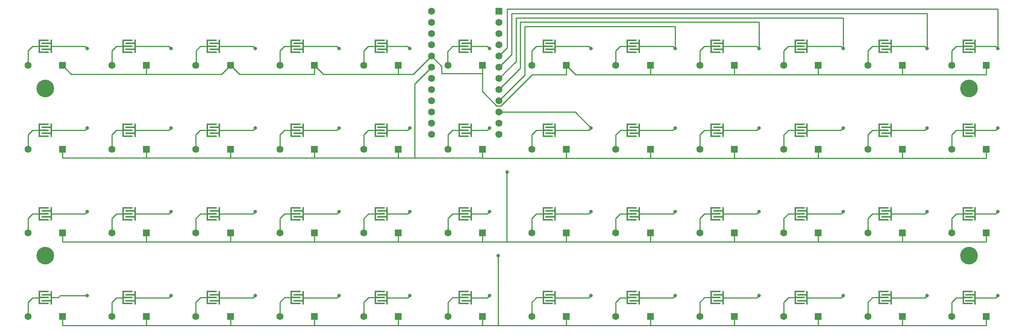
<source format=gtl>
%TF.GenerationSoftware,KiCad,Pcbnew,6.0.3-a3aad9c10e~116~ubuntu21.10.1*%
%TF.CreationDate,2022-04-17T15:15:34+01:00*%
%TF.ProjectId,PCB,5043422e-6b69-4636-9164-5f7063625858,rev?*%
%TF.SameCoordinates,Original*%
%TF.FileFunction,Copper,L1,Top*%
%TF.FilePolarity,Positive*%
%FSLAX46Y46*%
G04 Gerber Fmt 4.6, Leading zero omitted, Abs format (unit mm)*
G04 Created by KiCad (PCBNEW 6.0.3-a3aad9c10e~116~ubuntu21.10.1) date 2022-04-17 15:15:34*
%MOMM*%
%LPD*%
G01*
G04 APERTURE LIST*
G04 Aperture macros list*
%AMFreePoly0*
4,1,13,0.142022,-1.501900,-0.191750,-1.501900,-0.191750,-0.834357,-2.194378,-0.834357,-2.194378,-0.500586,-0.191750,-0.500586,-0.191750,0.500728,-2.194378,0.500728,-2.194378,0.834500,-0.191750,0.834500,-0.191750,1.502042,0.142022,1.502042,0.142022,-1.501900,0.142022,-1.501900,$1*%
%AMFreePoly1*
4,1,13,2.154428,1.148229,0.151800,1.148229,0.151800,0.146915,2.154428,0.146915,2.154428,-0.186856,0.151800,-0.186856,0.151800,-1.188170,2.154428,-1.188170,2.154428,-1.521942,-0.181971,-1.521942,-0.181971,1.482000,2.154428,1.482000,2.154428,1.148229,2.154428,1.148229,$1*%
G04 Aperture macros list end*
%TA.AperFunction,ComponentPad*%
%ADD10C,4.000000*%
%TD*%
%TA.AperFunction,SMDPad,CuDef*%
%ADD11FreePoly0,0.000000*%
%TD*%
%TA.AperFunction,SMDPad,CuDef*%
%ADD12FreePoly1,0.000000*%
%TD*%
%TA.AperFunction,ComponentPad*%
%ADD13R,1.600000X1.600000*%
%TD*%
%TA.AperFunction,ComponentPad*%
%ADD14C,1.600000*%
%TD*%
%TA.AperFunction,ViaPad*%
%ADD15C,0.800000*%
%TD*%
%TA.AperFunction,Conductor*%
%ADD16C,0.250000*%
%TD*%
G04 APERTURE END LIST*
D10*
%TO.P,HOLE_M3,1*%
%TO.N,N/C*%
X255020000Y-80440000D03*
%TD*%
D11*
%TO.P,K2,1*%
%TO.N,/col2*%
X66380000Y-70940000D03*
D12*
%TO.P,K2,2*%
%TO.N,Net-(D2-Pad2)*%
X63700000Y-70920000D03*
%TD*%
D11*
%TO.P,K40,1*%
%TO.N,/col4*%
X104380000Y-127940000D03*
D12*
%TO.P,K40,2*%
%TO.N,Net-(D40-Pad2)*%
X101700000Y-127920000D03*
%TD*%
D11*
%TO.P,K42,1*%
%TO.N,/col6*%
X142380000Y-127940000D03*
D12*
%TO.P,K42,2*%
%TO.N,Net-(D42-Pad2)*%
X139700000Y-127920000D03*
%TD*%
D11*
%TO.P,K35,1*%
%TO.N,/col11*%
X237380000Y-108940000D03*
D12*
%TO.P,K35,2*%
%TO.N,Net-(D35-Pad2)*%
X234700000Y-108920000D03*
%TD*%
D10*
%TO.P,HOLE_M3,1*%
%TO.N,N/C*%
X46020000Y-118440000D03*
%TD*%
D11*
%TO.P,K25,1*%
%TO.N,/col1*%
X47380000Y-108940000D03*
D12*
%TO.P,K25,2*%
%TO.N,Net-(D25-Pad2)*%
X44700000Y-108920000D03*
%TD*%
D11*
%TO.P,K32,1*%
%TO.N,/col8*%
X180380000Y-108940000D03*
D12*
%TO.P,K32,2*%
%TO.N,Net-(D32-Pad2)*%
X177700000Y-108920000D03*
%TD*%
D11*
%TO.P,K27,1*%
%TO.N,/col3*%
X85380000Y-108940000D03*
D12*
%TO.P,K27,2*%
%TO.N,Net-(D27-Pad2)*%
X82700000Y-108920000D03*
%TD*%
D11*
%TO.P,K12,1*%
%TO.N,/col12*%
X256380000Y-70940000D03*
D12*
%TO.P,K12,2*%
%TO.N,Net-(D12-Pad2)*%
X253700000Y-70920000D03*
%TD*%
D11*
%TO.P,K5,1*%
%TO.N,/col5*%
X123380000Y-70940000D03*
D12*
%TO.P,K5,2*%
%TO.N,Net-(D5-Pad2)*%
X120700000Y-70920000D03*
%TD*%
D11*
%TO.P,K7,1*%
%TO.N,/col7*%
X161380000Y-70940000D03*
D12*
%TO.P,K7,2*%
%TO.N,Net-(D7-Pad2)*%
X158700000Y-70920000D03*
%TD*%
D11*
%TO.P,K17,1*%
%TO.N,/col5*%
X123380000Y-89940000D03*
D12*
%TO.P,K17,2*%
%TO.N,Net-(D17-Pad2)*%
X120700000Y-89920000D03*
%TD*%
D11*
%TO.P,K19,1*%
%TO.N,/col7*%
X161380000Y-89940000D03*
D12*
%TO.P,K19,2*%
%TO.N,Net-(D19-Pad2)*%
X158700000Y-89920000D03*
%TD*%
D11*
%TO.P,K4,1*%
%TO.N,/col4*%
X104380000Y-70940000D03*
D12*
%TO.P,K4,2*%
%TO.N,Net-(D4-Pad2)*%
X101700000Y-70920000D03*
%TD*%
D11*
%TO.P,K23,1*%
%TO.N,/col11*%
X237380000Y-89940000D03*
D12*
%TO.P,K23,2*%
%TO.N,Net-(D23-Pad2)*%
X234700000Y-89920000D03*
%TD*%
D11*
%TO.P,K43,1*%
%TO.N,/col7*%
X161380000Y-127940000D03*
D12*
%TO.P,K43,2*%
%TO.N,Net-(D43-Pad2)*%
X158700000Y-127920000D03*
%TD*%
D11*
%TO.P,K10,1*%
%TO.N,/col10*%
X218380000Y-70940000D03*
D12*
%TO.P,K10,2*%
%TO.N,Net-(D10-Pad2)*%
X215700000Y-70920000D03*
%TD*%
D11*
%TO.P,K1,1*%
%TO.N,/col1*%
X47380000Y-70940000D03*
D12*
%TO.P,K1,2*%
%TO.N,Net-(D1-Pad2)*%
X44700000Y-70920000D03*
%TD*%
D11*
%TO.P,K44,1*%
%TO.N,/col8*%
X180380000Y-127940000D03*
D12*
%TO.P,K44,2*%
%TO.N,Net-(D44-Pad2)*%
X177700000Y-127920000D03*
%TD*%
D11*
%TO.P,K18,1*%
%TO.N,/col6*%
X142380000Y-89940000D03*
D12*
%TO.P,K18,2*%
%TO.N,Net-(D18-Pad2)*%
X139700000Y-89920000D03*
%TD*%
D11*
%TO.P,K24,1*%
%TO.N,/col12*%
X256380000Y-89940000D03*
D12*
%TO.P,K24,2*%
%TO.N,Net-(D24-Pad2)*%
X253700000Y-89920000D03*
%TD*%
D11*
%TO.P,K22,1*%
%TO.N,/col10*%
X218380000Y-89940000D03*
D12*
%TO.P,K22,2*%
%TO.N,Net-(D22-Pad2)*%
X215700000Y-89920000D03*
%TD*%
D11*
%TO.P,K46,1*%
%TO.N,/col10*%
X218380000Y-127940000D03*
D12*
%TO.P,K46,2*%
%TO.N,Net-(D46-Pad2)*%
X215700000Y-127920000D03*
%TD*%
D11*
%TO.P,K28,1*%
%TO.N,/col4*%
X104380000Y-108940000D03*
D12*
%TO.P,K28,2*%
%TO.N,Net-(D28-Pad2)*%
X101700000Y-108920000D03*
%TD*%
D11*
%TO.P,K3,1*%
%TO.N,/col3*%
X85380000Y-70940000D03*
D12*
%TO.P,K3,2*%
%TO.N,Net-(D3-Pad2)*%
X82700000Y-70920000D03*
%TD*%
D11*
%TO.P,K9,1*%
%TO.N,/col9*%
X199380000Y-70940000D03*
D12*
%TO.P,K9,2*%
%TO.N,Net-(D9-Pad2)*%
X196700000Y-70920000D03*
%TD*%
D11*
%TO.P,K8,1*%
%TO.N,/col8*%
X180380000Y-70940000D03*
D12*
%TO.P,K8,2*%
%TO.N,Net-(D8-Pad2)*%
X177700000Y-70920000D03*
%TD*%
D11*
%TO.P,K21,1*%
%TO.N,/col9*%
X199380000Y-89940000D03*
D12*
%TO.P,K21,2*%
%TO.N,Net-(D21-Pad2)*%
X196700000Y-89920000D03*
%TD*%
D11*
%TO.P,K29,1*%
%TO.N,/col5*%
X123380000Y-108940000D03*
D12*
%TO.P,K29,2*%
%TO.N,Net-(D29-Pad2)*%
X120700000Y-108920000D03*
%TD*%
D11*
%TO.P,K14,1*%
%TO.N,/col2*%
X66380000Y-89940000D03*
D12*
%TO.P,K14,2*%
%TO.N,Net-(D14-Pad2)*%
X63700000Y-89920000D03*
%TD*%
D11*
%TO.P,K39,1*%
%TO.N,/col3*%
X85380000Y-127940000D03*
D12*
%TO.P,K39,2*%
%TO.N,Net-(D39-Pad2)*%
X82700000Y-127920000D03*
%TD*%
D11*
%TO.P,K6,1*%
%TO.N,/col6*%
X142380000Y-70940000D03*
D12*
%TO.P,K6,2*%
%TO.N,Net-(D6-Pad2)*%
X139700000Y-70920000D03*
%TD*%
D11*
%TO.P,K45,1*%
%TO.N,/col9*%
X199380000Y-127940000D03*
D12*
%TO.P,K45,2*%
%TO.N,Net-(D45-Pad2)*%
X196700000Y-127920000D03*
%TD*%
D11*
%TO.P,K31,1*%
%TO.N,/col7*%
X161380000Y-108940000D03*
D12*
%TO.P,K31,2*%
%TO.N,Net-(D31-Pad2)*%
X158700000Y-108920000D03*
%TD*%
D11*
%TO.P,K26,1*%
%TO.N,/col2*%
X66380000Y-108940000D03*
D12*
%TO.P,K26,2*%
%TO.N,Net-(D26-Pad2)*%
X63700000Y-108920000D03*
%TD*%
D10*
%TO.P,HOLE_M3,1*%
%TO.N,N/C*%
X46020000Y-80440000D03*
%TD*%
D11*
%TO.P,K15,1*%
%TO.N,/col3*%
X85380000Y-89940000D03*
D12*
%TO.P,K15,2*%
%TO.N,Net-(D15-Pad2)*%
X82700000Y-89920000D03*
%TD*%
D11*
%TO.P,K36,1*%
%TO.N,/col12*%
X256380000Y-108940000D03*
D12*
%TO.P,K36,2*%
%TO.N,Net-(D36-Pad2)*%
X253700000Y-108920000D03*
%TD*%
D11*
%TO.P,K30,1*%
%TO.N,/col6*%
X142380000Y-108940000D03*
D12*
%TO.P,K30,2*%
%TO.N,Net-(D30-Pad2)*%
X139700000Y-108920000D03*
%TD*%
D11*
%TO.P,K34,1*%
%TO.N,/col10*%
X218380000Y-108940000D03*
D12*
%TO.P,K34,2*%
%TO.N,Net-(D34-Pad2)*%
X215700000Y-108920000D03*
%TD*%
D11*
%TO.P,K48,1*%
%TO.N,/col12*%
X256380000Y-127940000D03*
D12*
%TO.P,K48,2*%
%TO.N,Net-(D48-Pad2)*%
X253700000Y-127920000D03*
%TD*%
D10*
%TO.P,HOLE_M3,1*%
%TO.N,N/C*%
X255020000Y-118440000D03*
%TD*%
D11*
%TO.P,K11,1*%
%TO.N,/col11*%
X237380000Y-70940000D03*
D12*
%TO.P,K11,2*%
%TO.N,Net-(D11-Pad2)*%
X234700000Y-70920000D03*
%TD*%
D11*
%TO.P,K20,1*%
%TO.N,/col8*%
X180380000Y-89940000D03*
D12*
%TO.P,K20,2*%
%TO.N,Net-(D20-Pad2)*%
X177700000Y-89920000D03*
%TD*%
D11*
%TO.P,K33,1*%
%TO.N,/col9*%
X199380000Y-108940000D03*
D12*
%TO.P,K33,2*%
%TO.N,Net-(D33-Pad2)*%
X196700000Y-108920000D03*
%TD*%
D11*
%TO.P,K41,1*%
%TO.N,/col5*%
X123380000Y-127940000D03*
D12*
%TO.P,K41,2*%
%TO.N,Net-(D41-Pad2)*%
X120700000Y-127920000D03*
%TD*%
D11*
%TO.P,K47,1*%
%TO.N,/col11*%
X237380000Y-127940000D03*
D12*
%TO.P,K47,2*%
%TO.N,Net-(D47-Pad2)*%
X234700000Y-127920000D03*
%TD*%
D11*
%TO.P,K37,1*%
%TO.N,/col1*%
X47380000Y-127940000D03*
D12*
%TO.P,K37,2*%
%TO.N,Net-(D37-Pad2)*%
X44700000Y-127920000D03*
%TD*%
D11*
%TO.P,K16,1*%
%TO.N,/col4*%
X104380000Y-89940000D03*
D12*
%TO.P,K16,2*%
%TO.N,Net-(D16-Pad2)*%
X101700000Y-89920000D03*
%TD*%
D11*
%TO.P,K38,1*%
%TO.N,/col2*%
X66380000Y-127940000D03*
D12*
%TO.P,K38,2*%
%TO.N,Net-(D38-Pad2)*%
X63700000Y-127920000D03*
%TD*%
D11*
%TO.P,K13,1*%
%TO.N,/col1*%
X47380000Y-89940000D03*
D12*
%TO.P,K13,2*%
%TO.N,Net-(D13-Pad2)*%
X44700000Y-89920000D03*
%TD*%
D13*
%TO.P,Pro-Micro1,1,TX*%
%TO.N,unconnected-(Pro-Micro1-Pad1)*%
X148640000Y-62975000D03*
D14*
%TO.P,Pro-Micro1,2,RX*%
%TO.N,unconnected-(Pro-Micro1-Pad2)*%
X148640000Y-65515000D03*
%TO.P,Pro-Micro1,3,GND*%
%TO.N,unconnected-(Pro-Micro1-Pad3)*%
X148640000Y-68055000D03*
%TO.P,Pro-Micro1,4,GND*%
%TO.N,unconnected-(Pro-Micro1-Pad4)*%
X148640000Y-70595000D03*
%TO.P,Pro-Micro1,5,SDA*%
%TO.N,/col12*%
X148640000Y-73135000D03*
%TO.P,Pro-Micro1,6,SCL*%
%TO.N,/col11*%
X148640000Y-75675000D03*
%TO.P,Pro-Micro1,7,D4*%
%TO.N,/col10*%
X148640000Y-78215000D03*
%TO.P,Pro-Micro1,8,C6*%
%TO.N,/col9*%
X148640000Y-80755000D03*
%TO.P,Pro-Micro1,9,D7*%
%TO.N,/col8*%
X148640000Y-83295000D03*
%TO.P,Pro-Micro1,10,E6*%
%TO.N,/col7*%
X148640000Y-85835000D03*
%TO.P,Pro-Micro1,11,B4*%
%TO.N,/row3*%
X148640000Y-88375000D03*
%TO.P,Pro-Micro1,12,B5*%
%TO.N,/row4*%
X148640000Y-90915000D03*
%TO.P,Pro-Micro1,13,B6*%
%TO.N,/col1*%
X133400000Y-90915000D03*
%TO.P,Pro-Micro1,14,B2*%
%TO.N,/col2*%
X133400000Y-88375000D03*
%TO.P,Pro-Micro1,15,B3*%
%TO.N,/col3*%
X133400000Y-85835000D03*
%TO.P,Pro-Micro1,16,B1*%
%TO.N,/col4*%
X133400000Y-83295000D03*
%TO.P,Pro-Micro1,17,F7*%
%TO.N,/col5*%
X133400000Y-80755000D03*
%TO.P,Pro-Micro1,18,F6*%
%TO.N,/col6*%
X133400000Y-78215000D03*
%TO.P,Pro-Micro1,19,F5*%
%TO.N,/row2*%
X133400000Y-75675000D03*
%TO.P,Pro-Micro1,20,F4*%
%TO.N,/row1*%
X133400000Y-73135000D03*
%TO.P,Pro-Micro1,21,VCC*%
%TO.N,unconnected-(Pro-Micro1-Pad21)*%
X133400000Y-70595000D03*
%TO.P,Pro-Micro1,22,RST*%
%TO.N,unconnected-(Pro-Micro1-Pad22)*%
X133400000Y-68055000D03*
%TO.P,Pro-Micro1,23,GND*%
%TO.N,unconnected-(Pro-Micro1-Pad23)*%
X133400000Y-65515000D03*
%TO.P,Pro-Micro1,24,RAW*%
%TO.N,unconnected-(Pro-Micro1-Pad24)*%
X133400000Y-62975000D03*
%TD*%
D13*
%TO.P,D39,1*%
%TO.N,/row4*%
X87920000Y-132240000D03*
D14*
%TO.P,D39,2*%
%TO.N,Net-(D39-Pad2)*%
X80120000Y-132240000D03*
%TD*%
D13*
%TO.P,D26,1*%
%TO.N,/row3*%
X68920000Y-113240000D03*
D14*
%TO.P,D26,2*%
%TO.N,Net-(D26-Pad2)*%
X61120000Y-113240000D03*
%TD*%
D13*
%TO.P,D11,1*%
%TO.N,/row1*%
X239920000Y-75240000D03*
D14*
%TO.P,D11,2*%
%TO.N,Net-(D11-Pad2)*%
X232120000Y-75240000D03*
%TD*%
D13*
%TO.P,D18,1*%
%TO.N,/row2*%
X144920000Y-94240000D03*
D14*
%TO.P,D18,2*%
%TO.N,Net-(D18-Pad2)*%
X137120000Y-94240000D03*
%TD*%
D13*
%TO.P,D10,1*%
%TO.N,/row1*%
X220920000Y-75240000D03*
D14*
%TO.P,D10,2*%
%TO.N,Net-(D10-Pad2)*%
X213120000Y-75240000D03*
%TD*%
D13*
%TO.P,D23,1*%
%TO.N,/row2*%
X239920000Y-94240000D03*
D14*
%TO.P,D23,2*%
%TO.N,Net-(D23-Pad2)*%
X232120000Y-94240000D03*
%TD*%
D13*
%TO.P,D28,1*%
%TO.N,/row3*%
X106920000Y-113240000D03*
D14*
%TO.P,D28,2*%
%TO.N,Net-(D28-Pad2)*%
X99120000Y-113240000D03*
%TD*%
D13*
%TO.P,D7,1*%
%TO.N,/row1*%
X163920000Y-75240000D03*
D14*
%TO.P,D7,2*%
%TO.N,Net-(D7-Pad2)*%
X156120000Y-75240000D03*
%TD*%
D13*
%TO.P,D37,1*%
%TO.N,/row4*%
X49920000Y-132240000D03*
D14*
%TO.P,D37,2*%
%TO.N,Net-(D37-Pad2)*%
X42120000Y-132240000D03*
%TD*%
D13*
%TO.P,D1,1*%
%TO.N,/row1*%
X49920000Y-75240000D03*
D14*
%TO.P,D1,2*%
%TO.N,Net-(D1-Pad2)*%
X42120000Y-75240000D03*
%TD*%
D13*
%TO.P,D48,1*%
%TO.N,/row4*%
X258920000Y-132240000D03*
D14*
%TO.P,D48,2*%
%TO.N,Net-(D48-Pad2)*%
X251120000Y-132240000D03*
%TD*%
D13*
%TO.P,D47,1*%
%TO.N,/row4*%
X239920000Y-132240000D03*
D14*
%TO.P,D47,2*%
%TO.N,Net-(D47-Pad2)*%
X232120000Y-132240000D03*
%TD*%
D13*
%TO.P,D21,1*%
%TO.N,/row2*%
X201920000Y-94240000D03*
D14*
%TO.P,D21,2*%
%TO.N,Net-(D21-Pad2)*%
X194120000Y-94240000D03*
%TD*%
D13*
%TO.P,D6,1*%
%TO.N,/row1*%
X144920000Y-75240000D03*
D14*
%TO.P,D6,2*%
%TO.N,Net-(D6-Pad2)*%
X137120000Y-75240000D03*
%TD*%
D13*
%TO.P,D31,1*%
%TO.N,/row3*%
X163920000Y-113240000D03*
D14*
%TO.P,D31,2*%
%TO.N,Net-(D31-Pad2)*%
X156120000Y-113240000D03*
%TD*%
D13*
%TO.P,D4,1*%
%TO.N,/row1*%
X106920000Y-75240000D03*
D14*
%TO.P,D4,2*%
%TO.N,Net-(D4-Pad2)*%
X99120000Y-75240000D03*
%TD*%
D13*
%TO.P,D36,1*%
%TO.N,/row3*%
X258920000Y-113240000D03*
D14*
%TO.P,D36,2*%
%TO.N,Net-(D36-Pad2)*%
X251120000Y-113240000D03*
%TD*%
D13*
%TO.P,D14,1*%
%TO.N,/row2*%
X68920000Y-94240000D03*
D14*
%TO.P,D14,2*%
%TO.N,Net-(D14-Pad2)*%
X61120000Y-94240000D03*
%TD*%
D13*
%TO.P,D29,1*%
%TO.N,/row3*%
X125920000Y-113240000D03*
D14*
%TO.P,D29,2*%
%TO.N,Net-(D29-Pad2)*%
X118120000Y-113240000D03*
%TD*%
D13*
%TO.P,D42,1*%
%TO.N,/row4*%
X144920000Y-132240000D03*
D14*
%TO.P,D42,2*%
%TO.N,Net-(D42-Pad2)*%
X137120000Y-132240000D03*
%TD*%
D13*
%TO.P,D41,1*%
%TO.N,/row4*%
X125920000Y-132240000D03*
D14*
%TO.P,D41,2*%
%TO.N,Net-(D41-Pad2)*%
X118120000Y-132240000D03*
%TD*%
D13*
%TO.P,D40,1*%
%TO.N,/row4*%
X106920000Y-132240000D03*
D14*
%TO.P,D40,2*%
%TO.N,Net-(D40-Pad2)*%
X99120000Y-132240000D03*
%TD*%
D13*
%TO.P,D8,1*%
%TO.N,/row1*%
X182920000Y-75240000D03*
D14*
%TO.P,D8,2*%
%TO.N,Net-(D8-Pad2)*%
X175120000Y-75240000D03*
%TD*%
D13*
%TO.P,D17,1*%
%TO.N,/row2*%
X125920000Y-94240000D03*
D14*
%TO.P,D17,2*%
%TO.N,Net-(D17-Pad2)*%
X118120000Y-94240000D03*
%TD*%
D13*
%TO.P,D2,1*%
%TO.N,/row1*%
X68920000Y-75240000D03*
D14*
%TO.P,D2,2*%
%TO.N,Net-(D2-Pad2)*%
X61120000Y-75240000D03*
%TD*%
D13*
%TO.P,D24,1*%
%TO.N,/row2*%
X258920000Y-94240000D03*
D14*
%TO.P,D24,2*%
%TO.N,Net-(D24-Pad2)*%
X251120000Y-94240000D03*
%TD*%
D13*
%TO.P,D9,1*%
%TO.N,/row1*%
X201920000Y-75240000D03*
D14*
%TO.P,D9,2*%
%TO.N,Net-(D9-Pad2)*%
X194120000Y-75240000D03*
%TD*%
D13*
%TO.P,D12,1*%
%TO.N,/row1*%
X258920000Y-75240000D03*
D14*
%TO.P,D12,2*%
%TO.N,Net-(D12-Pad2)*%
X251120000Y-75240000D03*
%TD*%
D13*
%TO.P,D13,1*%
%TO.N,/row2*%
X49920000Y-94240000D03*
D14*
%TO.P,D13,2*%
%TO.N,Net-(D13-Pad2)*%
X42120000Y-94240000D03*
%TD*%
D13*
%TO.P,D5,1*%
%TO.N,/row1*%
X125920000Y-75240000D03*
D14*
%TO.P,D5,2*%
%TO.N,Net-(D5-Pad2)*%
X118120000Y-75240000D03*
%TD*%
D13*
%TO.P,D33,1*%
%TO.N,/row3*%
X201920000Y-113240000D03*
D14*
%TO.P,D33,2*%
%TO.N,Net-(D33-Pad2)*%
X194120000Y-113240000D03*
%TD*%
D13*
%TO.P,D30,1*%
%TO.N,/row3*%
X144920000Y-113240000D03*
D14*
%TO.P,D30,2*%
%TO.N,Net-(D30-Pad2)*%
X137120000Y-113240000D03*
%TD*%
D13*
%TO.P,D27,1*%
%TO.N,/row3*%
X87920000Y-113240000D03*
D14*
%TO.P,D27,2*%
%TO.N,Net-(D27-Pad2)*%
X80120000Y-113240000D03*
%TD*%
D13*
%TO.P,D25,1*%
%TO.N,/row3*%
X49920000Y-113240000D03*
D14*
%TO.P,D25,2*%
%TO.N,Net-(D25-Pad2)*%
X42120000Y-113240000D03*
%TD*%
D13*
%TO.P,D45,1*%
%TO.N,/row4*%
X201920000Y-132240000D03*
D14*
%TO.P,D45,2*%
%TO.N,Net-(D45-Pad2)*%
X194120000Y-132240000D03*
%TD*%
D13*
%TO.P,D20,1*%
%TO.N,/row2*%
X182920000Y-94240000D03*
D14*
%TO.P,D20,2*%
%TO.N,Net-(D20-Pad2)*%
X175120000Y-94240000D03*
%TD*%
D13*
%TO.P,D38,1*%
%TO.N,/row4*%
X68920000Y-132240000D03*
D14*
%TO.P,D38,2*%
%TO.N,Net-(D38-Pad2)*%
X61120000Y-132240000D03*
%TD*%
D13*
%TO.P,D43,1*%
%TO.N,/row4*%
X163920000Y-132240000D03*
D14*
%TO.P,D43,2*%
%TO.N,Net-(D43-Pad2)*%
X156120000Y-132240000D03*
%TD*%
D13*
%TO.P,D44,1*%
%TO.N,/row4*%
X182920000Y-132240000D03*
D14*
%TO.P,D44,2*%
%TO.N,Net-(D44-Pad2)*%
X175120000Y-132240000D03*
%TD*%
D13*
%TO.P,D32,1*%
%TO.N,/row3*%
X182920000Y-113240000D03*
D14*
%TO.P,D32,2*%
%TO.N,Net-(D32-Pad2)*%
X175120000Y-113240000D03*
%TD*%
D13*
%TO.P,D22,1*%
%TO.N,/row2*%
X220920000Y-94240000D03*
D14*
%TO.P,D22,2*%
%TO.N,Net-(D22-Pad2)*%
X213120000Y-94240000D03*
%TD*%
D13*
%TO.P,D3,1*%
%TO.N,/row1*%
X87920000Y-75240000D03*
D14*
%TO.P,D3,2*%
%TO.N,Net-(D3-Pad2)*%
X80120000Y-75240000D03*
%TD*%
D13*
%TO.P,D15,1*%
%TO.N,/row2*%
X87920000Y-94240000D03*
D14*
%TO.P,D15,2*%
%TO.N,Net-(D15-Pad2)*%
X80120000Y-94240000D03*
%TD*%
D13*
%TO.P,D46,1*%
%TO.N,/row4*%
X220920000Y-132240000D03*
D14*
%TO.P,D46,2*%
%TO.N,Net-(D46-Pad2)*%
X213120000Y-132240000D03*
%TD*%
D13*
%TO.P,D16,1*%
%TO.N,/row2*%
X106920000Y-94240000D03*
D14*
%TO.P,D16,2*%
%TO.N,Net-(D16-Pad2)*%
X99120000Y-94240000D03*
%TD*%
D13*
%TO.P,D35,1*%
%TO.N,/row3*%
X239920000Y-113240000D03*
D14*
%TO.P,D35,2*%
%TO.N,Net-(D35-Pad2)*%
X232120000Y-113240000D03*
%TD*%
D13*
%TO.P,D34,1*%
%TO.N,/row3*%
X220920000Y-113240000D03*
D14*
%TO.P,D34,2*%
%TO.N,Net-(D34-Pad2)*%
X213120000Y-113240000D03*
%TD*%
D13*
%TO.P,D19,1*%
%TO.N,/row2*%
X163920000Y-94240000D03*
D14*
%TO.P,D19,2*%
%TO.N,Net-(D19-Pad2)*%
X156120000Y-94240000D03*
%TD*%
D15*
%TO.N,/col1*%
X55520000Y-108440000D03*
X55520000Y-89440000D03*
X55520000Y-71440000D03*
X55520000Y-127440000D03*
%TO.N,/col2*%
X74520000Y-108440000D03*
X74520000Y-127440000D03*
X74520000Y-71440000D03*
X74520000Y-89440000D03*
%TO.N,/col3*%
X93520000Y-89440000D03*
X93520000Y-127440000D03*
X93520000Y-108440000D03*
X93520000Y-71440000D03*
%TO.N,/col4*%
X112520000Y-89440000D03*
X112520000Y-108440000D03*
X112520000Y-71440000D03*
X112520000Y-127440000D03*
%TO.N,/col5*%
X128520000Y-71440000D03*
X128520000Y-89440000D03*
X128520000Y-108440000D03*
X128520000Y-127440000D03*
%TO.N,/col6*%
X146520000Y-71440000D03*
X146520000Y-89440000D03*
X146520000Y-108440000D03*
X146520000Y-127440000D03*
%TO.N,/col7*%
X169520000Y-108440000D03*
X169520000Y-71440000D03*
X169520000Y-127440000D03*
X169520000Y-89440000D03*
%TO.N,/col8*%
X188520000Y-108440000D03*
X188520000Y-127440000D03*
X188520000Y-89440000D03*
X188520000Y-71440000D03*
%TO.N,/row4*%
X148520000Y-118440000D03*
%TO.N,/row3*%
X150520000Y-99440000D03*
%TO.N,/col12*%
X261520000Y-89440000D03*
X261520000Y-127440000D03*
X261520000Y-108440000D03*
X261520000Y-71440000D03*
%TO.N,/col11*%
X245520000Y-71440000D03*
X245520000Y-89440000D03*
X245520000Y-127440000D03*
X245520000Y-108440000D03*
%TO.N,/col10*%
X226520000Y-108440000D03*
X226520000Y-71440000D03*
X226520000Y-89440000D03*
X226520000Y-127440000D03*
%TO.N,/col9*%
X207520000Y-89440000D03*
X207520000Y-108440000D03*
X207520000Y-127440000D03*
X207520000Y-71440000D03*
%TD*%
D16*
%TO.N,/row4*%
X239920000Y-134240000D02*
X239935000Y-134225000D01*
X239935000Y-134225000D02*
X258905000Y-134225000D01*
X258905000Y-134225000D02*
X258920000Y-134240000D01*
X258920000Y-134240000D02*
X258920000Y-132240000D01*
X239920000Y-134240000D02*
X239905000Y-134225000D01*
X239905000Y-134225000D02*
X220935000Y-134225000D01*
X220935000Y-134225000D02*
X220920000Y-134240000D01*
X220920000Y-134240000D02*
X220880000Y-134200000D01*
X220880000Y-134200000D02*
X201960000Y-134200000D01*
X201960000Y-134200000D02*
X201920000Y-134240000D01*
X201920000Y-134240000D02*
X201905000Y-134225000D01*
X201905000Y-134225000D02*
X182935000Y-134225000D01*
X182935000Y-134225000D02*
X182920000Y-134240000D01*
X163920000Y-134240000D02*
X163930000Y-134250000D01*
X163930000Y-134250000D02*
X182910000Y-134250000D01*
X182910000Y-134250000D02*
X182920000Y-134240000D01*
X144920000Y-134240000D02*
X148510000Y-134240000D01*
X148510000Y-134240000D02*
X163900000Y-134240000D01*
X148520000Y-118440000D02*
X148520000Y-134230000D01*
X148520000Y-134230000D02*
X148510000Y-134240000D01*
X163900000Y-134240000D02*
X163910000Y-134250000D01*
X144920000Y-134240000D02*
X144935000Y-134225000D01*
X163910000Y-134250000D02*
X163920000Y-134240000D01*
%TO.N,/row3*%
X239920000Y-115240000D02*
X239980000Y-115300000D01*
X239980000Y-115300000D02*
X258860000Y-115300000D01*
X258920000Y-115240000D02*
X258920000Y-113240000D01*
X258860000Y-115300000D02*
X258920000Y-115240000D01*
X220920000Y-115240000D02*
X220980000Y-115300000D01*
X220980000Y-115300000D02*
X239860000Y-115300000D01*
X239860000Y-115300000D02*
X239920000Y-115240000D01*
X201920000Y-115240000D02*
X201955000Y-115275000D01*
X201955000Y-115275000D02*
X220885000Y-115275000D01*
X220885000Y-115275000D02*
X220920000Y-115240000D01*
X182920000Y-115240000D02*
X182955000Y-115275000D01*
X182955000Y-115275000D02*
X201885000Y-115275000D01*
X201885000Y-115275000D02*
X201920000Y-115240000D01*
X163920000Y-115240000D02*
X163955000Y-115275000D01*
X163955000Y-115275000D02*
X182885000Y-115275000D01*
X182885000Y-115275000D02*
X182920000Y-115240000D01*
%TO.N,/row4*%
X239920000Y-134240000D02*
X239920000Y-132240000D01*
%TO.N,/row3*%
X239920000Y-115240000D02*
X239920000Y-113240000D01*
%TO.N,/row4*%
X220920000Y-134240000D02*
X220920000Y-132240000D01*
%TO.N,/row3*%
X220920000Y-115240000D02*
X220920000Y-113240000D01*
X201920000Y-115240000D02*
X201920000Y-113240000D01*
%TO.N,/row4*%
X201920000Y-134240000D02*
X201920000Y-132240000D01*
X182920000Y-134240000D02*
X182920000Y-132240000D01*
X163920000Y-134240000D02*
X163920000Y-132240000D01*
%TO.N,/row3*%
X182920000Y-115240000D02*
X182920000Y-113240000D01*
X163885000Y-115275000D02*
X163920000Y-115240000D01*
X163920000Y-115240000D02*
X163920000Y-113240000D01*
X150520000Y-99440000D02*
X150444511Y-99515489D01*
X150444511Y-99515489D02*
X150444511Y-115275000D01*
X150444511Y-115275000D02*
X163885000Y-115275000D01*
X150475000Y-115275000D02*
X144955000Y-115275000D01*
X144955000Y-115275000D02*
X144920000Y-115240000D01*
X144920000Y-115240000D02*
X144885000Y-115275000D01*
X144885000Y-115275000D02*
X125955000Y-115275000D01*
X125955000Y-115275000D02*
X125920000Y-115240000D01*
X125920000Y-115240000D02*
X125885000Y-115275000D01*
X125885000Y-115275000D02*
X106955000Y-115275000D01*
X106955000Y-115275000D02*
X106920000Y-115240000D01*
X106920000Y-115240000D02*
X106885000Y-115275000D01*
X106885000Y-115275000D02*
X87955000Y-115275000D01*
X87955000Y-115275000D02*
X87920000Y-115240000D01*
X87920000Y-115240000D02*
X87885000Y-115275000D01*
X87885000Y-115275000D02*
X68955000Y-115275000D01*
X68955000Y-115275000D02*
X68920000Y-115240000D01*
X68920000Y-115240000D02*
X68885000Y-115275000D01*
X68885000Y-115275000D02*
X49955000Y-115275000D01*
X49920000Y-115240000D02*
X49920000Y-113240000D01*
X49955000Y-115275000D02*
X49920000Y-115240000D01*
%TO.N,Net-(D43-Pad2)*%
X158700000Y-127920000D02*
X157159633Y-127920000D01*
X157159633Y-127920000D02*
X156120000Y-128959633D01*
X156120000Y-128959633D02*
X156120000Y-132240000D01*
%TO.N,Net-(D44-Pad2)*%
X177700000Y-127920000D02*
X177677894Y-127942106D01*
X177677894Y-127942106D02*
X176137527Y-127942106D01*
X176137527Y-127942106D02*
X175120000Y-128959633D01*
X175120000Y-128959633D02*
X175120000Y-132240000D01*
%TO.N,Net-(D45-Pad2)*%
X196700000Y-127920000D02*
X195159633Y-127920000D01*
X195159633Y-127920000D02*
X194120000Y-128959633D01*
X194120000Y-128959633D02*
X194120000Y-132240000D01*
%TO.N,Net-(D46-Pad2)*%
X215700000Y-127920000D02*
X214159633Y-127920000D01*
X214159633Y-127920000D02*
X213120000Y-128959633D01*
X213120000Y-128959633D02*
X213120000Y-132240000D01*
%TO.N,Net-(D47-Pad2)*%
X234700000Y-127920000D02*
X233159633Y-127920000D01*
X233159633Y-127920000D02*
X232120000Y-128959633D01*
X232120000Y-128959633D02*
X232120000Y-132240000D01*
%TO.N,Net-(D48-Pad2)*%
X253700000Y-127920000D02*
X253677894Y-127942106D01*
X253677894Y-127942106D02*
X252137527Y-127942106D01*
X252137527Y-127942106D02*
X251120000Y-128959633D01*
X251120000Y-128959633D02*
X251120000Y-132240000D01*
%TO.N,Net-(D36-Pad2)*%
X253700000Y-108920000D02*
X253677894Y-108942106D01*
X251120000Y-109959633D02*
X251120000Y-113240000D01*
X253677894Y-108942106D02*
X252137527Y-108942106D01*
X252137527Y-108942106D02*
X251120000Y-109959633D01*
%TO.N,Net-(D35-Pad2)*%
X234700000Y-108920000D02*
X233159633Y-108920000D01*
X233159633Y-108920000D02*
X232120000Y-109959633D01*
X232120000Y-109959633D02*
X232120000Y-113240000D01*
%TO.N,Net-(D34-Pad2)*%
X215700000Y-108920000D02*
X214159633Y-108920000D01*
X214159633Y-108920000D02*
X213120000Y-109959633D01*
X213120000Y-109959633D02*
X213120000Y-113240000D01*
%TO.N,Net-(D33-Pad2)*%
X196700000Y-108920000D02*
X195159633Y-108920000D01*
X195159633Y-108920000D02*
X194120000Y-109959633D01*
X194120000Y-109959633D02*
X194120000Y-113240000D01*
%TO.N,Net-(D32-Pad2)*%
X177700000Y-108920000D02*
X177677894Y-108942106D01*
X177677894Y-108942106D02*
X176137527Y-108942106D01*
X176137527Y-108942106D02*
X175120000Y-109959633D01*
X175120000Y-109959633D02*
X175120000Y-113240000D01*
%TO.N,Net-(D31-Pad2)*%
X158700000Y-108920000D02*
X158677894Y-108942106D01*
X158677894Y-108942106D02*
X157137527Y-108942106D01*
X157137527Y-108942106D02*
X156120000Y-109959633D01*
X156120000Y-109959633D02*
X156120000Y-113240000D01*
%TO.N,/row4*%
X125920000Y-134240000D02*
X125935000Y-134225000D01*
X125935000Y-134225000D02*
X144905000Y-134225000D01*
X144905000Y-134225000D02*
X144920000Y-134240000D01*
X106920000Y-134240000D02*
X107190000Y-134240000D01*
X107190000Y-134240000D02*
X107205000Y-134225000D01*
X107205000Y-134225000D02*
X125905000Y-134225000D01*
X125905000Y-134225000D02*
X125920000Y-134240000D01*
X87920000Y-134240000D02*
X87930000Y-134250000D01*
X87930000Y-134250000D02*
X106910000Y-134250000D01*
X106910000Y-134250000D02*
X106920000Y-134240000D01*
X68920000Y-134240000D02*
X68930000Y-134250000D01*
X68930000Y-134250000D02*
X87910000Y-134250000D01*
X87910000Y-134250000D02*
X87920000Y-134240000D01*
X68920000Y-134240000D02*
X68910000Y-134250000D01*
X68910000Y-134250000D02*
X49930000Y-134250000D01*
X49930000Y-134250000D02*
X49920000Y-134240000D01*
X49920000Y-134240000D02*
X49920000Y-132240000D01*
X68920000Y-134240000D02*
X68920000Y-132240000D01*
X87920000Y-134240000D02*
X87920000Y-132240000D01*
X106920000Y-134240000D02*
X106920000Y-132240000D01*
X125920000Y-134240000D02*
X125920000Y-132240000D01*
X144920000Y-134240000D02*
X144920000Y-132240000D01*
%TO.N,/row3*%
X144920000Y-115240000D02*
X144920000Y-113240000D01*
X125920000Y-115240000D02*
X125920000Y-113240000D01*
X106920000Y-115240000D02*
X106920000Y-113240000D01*
X87920000Y-115240000D02*
X87920000Y-113240000D01*
X68920000Y-115240000D02*
X68920000Y-113240000D01*
%TO.N,Net-(D42-Pad2)*%
X139700000Y-127920000D02*
X138159633Y-127920000D01*
X138159633Y-127920000D02*
X137120000Y-128959633D01*
X137120000Y-128959633D02*
X137120000Y-132240000D01*
%TO.N,Net-(D30-Pad2)*%
X139700000Y-108920000D02*
X138159633Y-108920000D01*
X138159633Y-108920000D02*
X137120000Y-109959633D01*
X137120000Y-109959633D02*
X137120000Y-113240000D01*
%TO.N,Net-(D29-Pad2)*%
X120700000Y-108920000D02*
X119159633Y-108920000D01*
X119159633Y-108920000D02*
X118120000Y-109959633D01*
X118120000Y-109959633D02*
X118120000Y-113240000D01*
%TO.N,Net-(D41-Pad2)*%
X120700000Y-127920000D02*
X119159633Y-127920000D01*
X119159633Y-127920000D02*
X118120000Y-128959633D01*
X118120000Y-128959633D02*
X118120000Y-132240000D01*
%TO.N,Net-(D40-Pad2)*%
X101700000Y-127920000D02*
X100159633Y-127920000D01*
X100159633Y-127920000D02*
X99120000Y-128959633D01*
X99120000Y-128959633D02*
X99120000Y-132240000D01*
%TO.N,Net-(D28-Pad2)*%
X101700000Y-108920000D02*
X100159633Y-108920000D01*
X100159633Y-108920000D02*
X99120000Y-109959633D01*
X99120000Y-109959633D02*
X99120000Y-113240000D01*
%TO.N,Net-(D39-Pad2)*%
X82700000Y-127920000D02*
X81159633Y-127920000D01*
X81159633Y-127920000D02*
X80120000Y-128959633D01*
X80120000Y-128959633D02*
X80120000Y-132240000D01*
%TO.N,Net-(D27-Pad2)*%
X82700000Y-108920000D02*
X81159633Y-108920000D01*
X81159633Y-108920000D02*
X80120000Y-109959633D01*
X80120000Y-109959633D02*
X80120000Y-113240000D01*
%TO.N,Net-(D38-Pad2)*%
X63700000Y-127920000D02*
X63677894Y-127942106D01*
X63677894Y-127942106D02*
X62137527Y-127942106D01*
X62137527Y-127942106D02*
X61120000Y-128959633D01*
X61120000Y-128959633D02*
X61120000Y-132240000D01*
%TO.N,Net-(D26-Pad2)*%
X63700000Y-108920000D02*
X63677894Y-108942106D01*
X63677894Y-108942106D02*
X62137527Y-108942106D01*
X62137527Y-108942106D02*
X61120000Y-109959633D01*
X61120000Y-109959633D02*
X61120000Y-113240000D01*
%TO.N,Net-(D37-Pad2)*%
X44700000Y-127920000D02*
X44677894Y-127942106D01*
X44677894Y-127942106D02*
X43137527Y-127942106D01*
X43137527Y-127942106D02*
X42120000Y-128959633D01*
X42120000Y-128959633D02*
X42120000Y-132240000D01*
%TO.N,Net-(D25-Pad2)*%
X44700000Y-108920000D02*
X44677894Y-108942106D01*
X44677894Y-108942106D02*
X43137527Y-108942106D01*
X43137527Y-108942106D02*
X42120000Y-109959633D01*
X42120000Y-109959633D02*
X42120000Y-113240000D01*
%TO.N,/row2*%
X49920000Y-94240000D02*
X49920000Y-96240000D01*
X49920000Y-96240000D02*
X49960000Y-96200000D01*
X49960000Y-96200000D02*
X68850000Y-96200000D01*
X87880000Y-96200000D02*
X87920000Y-96240000D01*
X68850000Y-96200000D02*
X68925000Y-96125000D01*
X68925000Y-96125000D02*
X69000000Y-96200000D01*
X69000000Y-96200000D02*
X87880000Y-96200000D01*
X68900000Y-96150000D02*
X68920000Y-96130000D01*
X68920000Y-96130000D02*
X68920000Y-94240000D01*
%TO.N,Net-(D13-Pad2)*%
X44700000Y-89920000D02*
X44677894Y-89942106D01*
X44677894Y-89942106D02*
X43137527Y-89942106D01*
X43137527Y-89942106D02*
X42120000Y-90959633D01*
X42120000Y-90959633D02*
X42120000Y-94240000D01*
%TO.N,Net-(D14-Pad2)*%
X63700000Y-89920000D02*
X63677894Y-89942106D01*
X63677894Y-89942106D02*
X62137527Y-89942106D01*
X62137527Y-89942106D02*
X61120000Y-90959633D01*
X61120000Y-90959633D02*
X61120000Y-94240000D01*
%TO.N,/row2*%
X87920000Y-96240000D02*
X87935000Y-96225000D01*
X106905000Y-96225000D02*
X106920000Y-96240000D01*
X87935000Y-96225000D02*
X106905000Y-96225000D01*
X106920000Y-96240000D02*
X106935000Y-96225000D01*
X106935000Y-96225000D02*
X125905000Y-96225000D01*
X125905000Y-96225000D02*
X125920000Y-96240000D01*
X87920000Y-96240000D02*
X87920000Y-94240000D01*
X106920000Y-96240000D02*
X106920000Y-94240000D01*
%TO.N,Net-(D15-Pad2)*%
X82700000Y-89920000D02*
X82677894Y-89942106D01*
X82677894Y-89942106D02*
X81137527Y-89942106D01*
X81137527Y-89942106D02*
X80120000Y-90959633D01*
X80120000Y-90959633D02*
X80120000Y-94240000D01*
%TO.N,Net-(D16-Pad2)*%
X101700000Y-89920000D02*
X100916536Y-89920000D01*
X100916536Y-89920000D02*
X100894430Y-89942106D01*
X100894430Y-89942106D02*
X100137527Y-89942106D01*
X100137527Y-89942106D02*
X99120000Y-90959633D01*
X99120000Y-90959633D02*
X99120000Y-94240000D01*
%TO.N,Net-(D17-Pad2)*%
X120700000Y-89920000D02*
X120677894Y-89942106D01*
X120677894Y-89942106D02*
X119137527Y-89942106D01*
X119137527Y-89942106D02*
X118120000Y-90959633D01*
X118120000Y-90959633D02*
X118120000Y-94240000D01*
%TO.N,/row2*%
X125920000Y-96240000D02*
X125920000Y-94240000D01*
X133400000Y-75675000D02*
X129595489Y-79479511D01*
X129595489Y-79479511D02*
X129595489Y-96250000D01*
X129595489Y-96250000D02*
X144910000Y-96250000D01*
X144910000Y-96250000D02*
X144920000Y-96240000D01*
X125920000Y-96240000D02*
X129590000Y-96240000D01*
X129590000Y-96240000D02*
X129600000Y-96250000D01*
X144920000Y-96240000D02*
X144955000Y-96275000D01*
X144955000Y-96275000D02*
X163885000Y-96275000D01*
X163885000Y-96275000D02*
X163920000Y-96240000D01*
X144920000Y-96240000D02*
X144920000Y-94240000D01*
%TO.N,Net-(D18-Pad2)*%
X139700000Y-89920000D02*
X139677894Y-89942106D01*
X139677894Y-89942106D02*
X138137527Y-89942106D01*
X138137527Y-89942106D02*
X137120000Y-90959633D01*
X137120000Y-90959633D02*
X137120000Y-94240000D01*
%TO.N,Net-(D19-Pad2)*%
X158700000Y-89920000D02*
X157159633Y-89920000D01*
X157159633Y-89920000D02*
X156120000Y-90959633D01*
X156120000Y-90959633D02*
X156120000Y-94240000D01*
%TO.N,/row2*%
X163920000Y-96240000D02*
X163920000Y-94240000D01*
X163920000Y-96240000D02*
X163980000Y-96300000D01*
X163980000Y-96300000D02*
X182860000Y-96300000D01*
X182860000Y-96300000D02*
X182920000Y-96240000D01*
%TO.N,Net-(D20-Pad2)*%
X177700000Y-89920000D02*
X176159633Y-89920000D01*
X176159633Y-89920000D02*
X175120000Y-90959633D01*
X175120000Y-90959633D02*
X175120000Y-94240000D01*
%TO.N,/row2*%
X182980000Y-96300000D02*
X182920000Y-96240000D01*
X182920000Y-96240000D02*
X182920000Y-94240000D01*
X182980000Y-96300000D02*
X201860000Y-96300000D01*
X201860000Y-96300000D02*
X201920000Y-96240000D01*
%TO.N,Net-(D21-Pad2)*%
X196700000Y-89920000D02*
X195159633Y-89920000D01*
X195159633Y-89920000D02*
X194120000Y-90959633D01*
X194120000Y-90959633D02*
X194120000Y-94240000D01*
%TO.N,/row2*%
X201920000Y-94240000D02*
X201920000Y-96240000D01*
X201920000Y-96240000D02*
X202005000Y-96325000D01*
X220835000Y-96325000D02*
X220920000Y-96240000D01*
X202005000Y-96325000D02*
X220835000Y-96325000D01*
%TO.N,Net-(D22-Pad2)*%
X215700000Y-89920000D02*
X214159633Y-89920000D01*
X214159633Y-89920000D02*
X213120000Y-90959633D01*
X213120000Y-90959633D02*
X213120000Y-94240000D01*
%TO.N,/row2*%
X220920000Y-96240000D02*
X221005000Y-96325000D01*
X221005000Y-96325000D02*
X239835000Y-96325000D01*
X239835000Y-96325000D02*
X239920000Y-96240000D01*
%TO.N,Net-(D23-Pad2)*%
X234700000Y-89920000D02*
X233159633Y-89920000D01*
X233159633Y-89920000D02*
X232120000Y-90959633D01*
X232120000Y-90959633D02*
X232120000Y-94240000D01*
%TO.N,/row2*%
X239920000Y-96240000D02*
X239980000Y-96300000D01*
X258860000Y-96300000D02*
X258920000Y-96240000D01*
X239980000Y-96300000D02*
X258860000Y-96300000D01*
X258920000Y-96240000D02*
X258920000Y-94240000D01*
X220920000Y-96240000D02*
X220920000Y-94240000D01*
X239920000Y-96240000D02*
X239920000Y-94240000D01*
%TO.N,Net-(D24-Pad2)*%
X253700000Y-89920000D02*
X252159633Y-89920000D01*
X252159633Y-89920000D02*
X251120000Y-90959633D01*
X251120000Y-90959633D02*
X251120000Y-94240000D01*
%TO.N,/row1*%
X239920000Y-77240000D02*
X239980000Y-77300000D01*
X239980000Y-77300000D02*
X258860000Y-77300000D01*
X258860000Y-77300000D02*
X258920000Y-77240000D01*
X258920000Y-77240000D02*
X258920000Y-75240000D01*
X220920000Y-77240000D02*
X220980000Y-77300000D01*
X220980000Y-77300000D02*
X239860000Y-77300000D01*
X239860000Y-77300000D02*
X239920000Y-77240000D01*
X201920000Y-77240000D02*
X201980000Y-77300000D01*
X201980000Y-77300000D02*
X220860000Y-77300000D01*
X220860000Y-77300000D02*
X220920000Y-77240000D01*
X182920000Y-77240000D02*
X182980000Y-77300000D01*
X182980000Y-77300000D02*
X201860000Y-77300000D01*
X201860000Y-77300000D02*
X201920000Y-77240000D01*
X182920000Y-75240000D02*
X182920000Y-77240000D01*
X239920000Y-75240000D02*
X239920000Y-77240000D01*
X220920000Y-75240000D02*
X220920000Y-77240000D01*
X201920000Y-75240000D02*
X201920000Y-77240000D01*
%TO.N,Net-(D12-Pad2)*%
X253700000Y-70920000D02*
X253677894Y-70942106D01*
X251120000Y-71959633D02*
X251120000Y-75240000D01*
X253677894Y-70942106D02*
X252137527Y-70942106D01*
X252137527Y-70942106D02*
X251120000Y-71959633D01*
%TO.N,Net-(D11-Pad2)*%
X234700000Y-70920000D02*
X234677894Y-70942106D01*
X232120000Y-71959633D02*
X232120000Y-75240000D01*
X234677894Y-70942106D02*
X233137527Y-70942106D01*
X233137527Y-70942106D02*
X232120000Y-71959633D01*
%TO.N,Net-(D10-Pad2)*%
X215700000Y-70920000D02*
X215677894Y-70942106D01*
X215677894Y-70942106D02*
X214137527Y-70942106D01*
X214137527Y-70942106D02*
X213120000Y-71959633D01*
X213120000Y-71959633D02*
X213120000Y-75240000D01*
%TO.N,Net-(D9-Pad2)*%
X196700000Y-70920000D02*
X196677894Y-70942106D01*
X195137527Y-70942106D02*
X194120000Y-71959633D01*
X196677894Y-70942106D02*
X195137527Y-70942106D01*
X194120000Y-71959633D02*
X194120000Y-75240000D01*
%TO.N,/col1*%
X55520000Y-89440000D02*
X55017894Y-89942106D01*
X48902474Y-127942106D02*
X48934790Y-127909790D01*
X55017894Y-89942106D02*
X47382106Y-89942106D01*
X47410210Y-127909790D02*
X47380000Y-127940000D01*
X47382106Y-89942106D02*
X47380000Y-89940000D01*
X47382106Y-70942106D02*
X47380000Y-70940000D01*
X48934790Y-127909790D02*
X47410210Y-127909790D01*
X55022106Y-70942106D02*
X47382106Y-70942106D01*
X55520000Y-71440000D02*
X55022106Y-70942106D01*
X55520000Y-108440000D02*
X55017894Y-108942106D01*
X47382106Y-108942106D02*
X47380000Y-108940000D01*
X55017894Y-108942106D02*
X47382106Y-108942106D01*
X49404580Y-127440000D02*
X55520000Y-127440000D01*
X48934790Y-127909790D02*
X49404580Y-127440000D01*
%TO.N,/col2*%
X66382106Y-89942106D02*
X66380000Y-89940000D01*
X74017894Y-108942106D02*
X66382106Y-108942106D01*
X66382106Y-127942106D02*
X66380000Y-127940000D01*
X74017894Y-127942106D02*
X66382106Y-127942106D01*
X74520000Y-108440000D02*
X74017894Y-108942106D01*
X74520000Y-71440000D02*
X74022106Y-70942106D01*
X74017894Y-89942106D02*
X66382106Y-89942106D01*
X74022106Y-70942106D02*
X66382106Y-70942106D01*
X66382106Y-70942106D02*
X66380000Y-70940000D01*
X74520000Y-89440000D02*
X74017894Y-89942106D01*
X74520000Y-127440000D02*
X74017894Y-127942106D01*
X66382106Y-108942106D02*
X66380000Y-108940000D01*
%TO.N,/col3*%
X86902474Y-70942106D02*
X93022106Y-70942106D01*
X85382106Y-127942106D02*
X85380000Y-127940000D01*
X93520000Y-108440000D02*
X93017894Y-108942106D01*
X93520000Y-127440000D02*
X93017894Y-127942106D01*
X93017894Y-108942106D02*
X85382106Y-108942106D01*
X85382106Y-89942106D02*
X85380000Y-89940000D01*
X85380000Y-70940000D02*
X86900368Y-70940000D01*
X93022106Y-70942106D02*
X93520000Y-71440000D01*
X93520000Y-89440000D02*
X93017894Y-89942106D01*
X93017894Y-89942106D02*
X85382106Y-89942106D01*
X93017894Y-127942106D02*
X85382106Y-127942106D01*
X85382106Y-108942106D02*
X85380000Y-108940000D01*
X86900368Y-70940000D02*
X86902474Y-70942106D01*
%TO.N,/col4*%
X112017894Y-108942106D02*
X104382894Y-108942106D01*
X112017894Y-89942106D02*
X104382106Y-89942106D01*
X104382894Y-108942106D02*
X104380788Y-108940000D01*
X104380000Y-70940000D02*
X105900368Y-70940000D01*
X104382106Y-89942106D02*
X104380000Y-89940000D01*
X105902474Y-70942106D02*
X112022106Y-70942106D01*
X112520000Y-127440000D02*
X112017894Y-127942106D01*
X112520000Y-89440000D02*
X112017894Y-89942106D01*
X105900368Y-70940000D02*
X105902474Y-70942106D01*
X104382106Y-127942106D02*
X104380000Y-127940000D01*
X112017894Y-127942106D02*
X104382106Y-127942106D01*
X112022106Y-70942106D02*
X112520000Y-71440000D01*
X104380788Y-108940000D02*
X104380000Y-108940000D01*
X112520000Y-108440000D02*
X112017894Y-108942106D01*
%TO.N,/col5*%
X125140000Y-70940000D02*
X125142106Y-70942106D01*
X128520000Y-108440000D02*
X128017894Y-108942106D01*
X123382106Y-127942106D02*
X123380000Y-127940000D01*
X123380000Y-70940000D02*
X125140000Y-70940000D01*
X123382106Y-89942106D02*
X123380000Y-89940000D01*
X128017894Y-89942106D02*
X123382106Y-89942106D01*
X128017894Y-127942106D02*
X123382106Y-127942106D01*
X128017894Y-108942106D02*
X123382106Y-108942106D01*
X123382106Y-108942106D02*
X123380000Y-108940000D01*
X124902474Y-70942106D02*
X125142106Y-70942106D01*
X128022106Y-70942106D02*
X128520000Y-71440000D01*
X128520000Y-89440000D02*
X128017894Y-89942106D01*
X128520000Y-127440000D02*
X128017894Y-127942106D01*
X125142106Y-70942106D02*
X128022106Y-70942106D01*
%TO.N,/col6*%
X142382106Y-89942106D02*
X142380000Y-89940000D01*
X146520000Y-127440000D02*
X146017894Y-127942106D01*
X146017894Y-89942106D02*
X142382106Y-89942106D01*
X146022106Y-70942106D02*
X146520000Y-71440000D01*
X142380000Y-70940000D02*
X143900368Y-70940000D01*
X142382106Y-108942106D02*
X142380000Y-108940000D01*
X146520000Y-108440000D02*
X146017894Y-108942106D01*
X146017894Y-108942106D02*
X142382106Y-108942106D01*
X143902474Y-70942106D02*
X146022106Y-70942106D01*
X146520000Y-89440000D02*
X146017894Y-89942106D01*
X142382106Y-127942106D02*
X142380000Y-127940000D01*
X146017894Y-127942106D02*
X142382106Y-127942106D01*
X143900368Y-70940000D02*
X143902474Y-70942106D01*
%TO.N,/col7*%
X163007894Y-108942106D02*
X169017894Y-108942106D01*
X169017894Y-127942106D02*
X161382106Y-127942106D01*
X169017894Y-108942106D02*
X169520000Y-108440000D01*
X161380000Y-108940000D02*
X163005788Y-108940000D01*
X169017894Y-89942106D02*
X161382106Y-89942106D01*
X161382106Y-89942106D02*
X161380000Y-89940000D01*
X162900368Y-70940000D02*
X162902474Y-70942106D01*
X169520000Y-89440000D02*
X165915000Y-85835000D01*
X165915000Y-85835000D02*
X148640000Y-85835000D01*
X163005788Y-108940000D02*
X163007894Y-108942106D01*
X161382106Y-127942106D02*
X161380000Y-127940000D01*
X169520000Y-89440000D02*
X169017894Y-89942106D01*
X161380000Y-70940000D02*
X162900368Y-70940000D01*
X162902474Y-108942106D02*
X163007894Y-108942106D01*
X169520000Y-127440000D02*
X169017894Y-127942106D01*
X169022106Y-70942106D02*
X169520000Y-71440000D01*
X162902474Y-70942106D02*
X169022106Y-70942106D01*
%TO.N,/col8*%
X181900368Y-108940000D02*
X181902474Y-108942106D01*
X188520000Y-71440000D02*
X188520000Y-66440000D01*
X188520000Y-127440000D02*
X188017894Y-127942106D01*
X180382106Y-89942106D02*
X180380000Y-89940000D01*
X154520000Y-66440000D02*
X154520000Y-77415000D01*
X188017894Y-89942106D02*
X180382106Y-89942106D01*
X180380000Y-70940000D02*
X181900368Y-70940000D01*
X188520000Y-89440000D02*
X188017894Y-89942106D01*
X188520000Y-66440000D02*
X154520000Y-66440000D01*
X181900368Y-70940000D02*
X181902474Y-70942106D01*
X188017894Y-127942106D02*
X180382106Y-127942106D01*
X180380000Y-108940000D02*
X181900368Y-108940000D01*
X188022106Y-70942106D02*
X188520000Y-71440000D01*
X181902474Y-108942106D02*
X188017894Y-108942106D01*
X188017894Y-108942106D02*
X188520000Y-108440000D01*
X181902474Y-70942106D02*
X188022106Y-70942106D01*
X180382106Y-127942106D02*
X180380000Y-127940000D01*
X154520000Y-77415000D02*
X148640000Y-83295000D01*
%TO.N,/row4*%
X148595489Y-118515489D02*
X148520000Y-118440000D01*
%TO.N,/row1*%
X68925000Y-77250000D02*
X85910000Y-77250000D01*
X125920000Y-77205000D02*
X125850000Y-77275000D01*
X125920000Y-75240000D02*
X125920000Y-77205000D01*
X68920000Y-77250000D02*
X68920000Y-75240000D01*
X163920000Y-77325000D02*
X163920000Y-75240000D01*
X108955000Y-77275000D02*
X125850000Y-77275000D01*
X68920000Y-75240000D02*
X68920000Y-77245000D01*
X87920000Y-75240000D02*
X89955000Y-77275000D01*
X133400000Y-73135000D02*
X135700000Y-75435000D01*
X135700000Y-75435000D02*
X135700000Y-77075000D01*
X89955000Y-77275000D02*
X106920000Y-77275000D01*
X106920000Y-77275000D02*
X106920000Y-75240000D01*
X144920000Y-81165300D02*
X148174211Y-84419511D01*
X49920000Y-75240000D02*
X51930000Y-77250000D01*
X68920000Y-77245000D02*
X68925000Y-77250000D01*
X149105789Y-84419511D02*
X156200300Y-77325000D01*
X106920000Y-75240000D02*
X108955000Y-77275000D01*
X144920000Y-75240000D02*
X144920000Y-81165300D01*
X125850000Y-77275000D02*
X129260000Y-77275000D01*
X156200300Y-77325000D02*
X163920000Y-77325000D01*
X129260000Y-77275000D02*
X133400000Y-73135000D01*
X163920000Y-75240000D02*
X165980000Y-77300000D01*
X148174211Y-84419511D02*
X149105789Y-84419511D01*
X165980000Y-77300000D02*
X182860000Y-77300000D01*
X182860000Y-77300000D02*
X182920000Y-77240000D01*
X85910000Y-77250000D02*
X87920000Y-75240000D01*
X51930000Y-77250000D02*
X68920000Y-77250000D01*
X135700000Y-77075000D02*
X144920000Y-77075000D01*
X144920000Y-77075000D02*
X144920000Y-75240000D01*
%TO.N,/col12*%
X150520000Y-62440000D02*
X150520000Y-71255000D01*
X257902474Y-127942106D02*
X261017894Y-127942106D01*
X257902474Y-70942106D02*
X261022106Y-70942106D01*
X261022106Y-70942106D02*
X261520000Y-71440000D01*
X256380000Y-108940000D02*
X257900368Y-108940000D01*
X257902474Y-89942106D02*
X261017894Y-89942106D01*
X257900368Y-89940000D02*
X257902474Y-89942106D01*
X150520000Y-71255000D02*
X148640000Y-73135000D01*
X256380000Y-70940000D02*
X257900368Y-70940000D01*
X257900368Y-70940000D02*
X257902474Y-70942106D01*
X261017894Y-108942106D02*
X261520000Y-108440000D01*
X261017894Y-127942106D02*
X261520000Y-127440000D01*
X261520000Y-62440000D02*
X150520000Y-62440000D01*
X257900368Y-108940000D02*
X257902474Y-108942106D01*
X257900368Y-127940000D02*
X257902474Y-127942106D01*
X261520000Y-71440000D02*
X261520000Y-62440000D01*
X256380000Y-89940000D02*
X257900368Y-89940000D01*
X256380000Y-127940000D02*
X257900368Y-127940000D01*
X261017894Y-89942106D02*
X261520000Y-89440000D01*
X257902474Y-108942106D02*
X261017894Y-108942106D01*
%TO.N,/col11*%
X245520000Y-89440000D02*
X245017894Y-89942106D01*
X245017894Y-89942106D02*
X237382106Y-89942106D01*
X245017894Y-127942106D02*
X237382106Y-127942106D01*
X151520000Y-72795000D02*
X148640000Y-75675000D01*
X237382106Y-127942106D02*
X237380000Y-127940000D01*
X238902474Y-108942106D02*
X245017894Y-108942106D01*
X238900368Y-108940000D02*
X237380000Y-108940000D01*
X245017894Y-108942106D02*
X245520000Y-108440000D01*
X238902474Y-108942106D02*
X238900368Y-108940000D01*
X238900368Y-70940000D02*
X238902474Y-70942106D01*
X237380000Y-70940000D02*
X238900368Y-70940000D01*
X245022106Y-70942106D02*
X245520000Y-71440000D01*
X238902474Y-70942106D02*
X245022106Y-70942106D01*
X151520000Y-63440000D02*
X151520000Y-72795000D01*
X245520000Y-63440000D02*
X151520000Y-63440000D01*
X245520000Y-71440000D02*
X245520000Y-63440000D01*
X245520000Y-127440000D02*
X245017894Y-127942106D01*
X237382106Y-89942106D02*
X237380000Y-89940000D01*
%TO.N,/col10*%
X226520000Y-64440000D02*
X152520000Y-64440000D01*
X218382106Y-89942106D02*
X218380000Y-89940000D01*
X226520000Y-89440000D02*
X226017894Y-89942106D01*
X226520000Y-108440000D02*
X226017894Y-108942106D01*
X226017894Y-89942106D02*
X218382106Y-89942106D01*
X219902474Y-70942106D02*
X226022106Y-70942106D01*
X226520000Y-127440000D02*
X226017894Y-127942106D01*
X152520000Y-64440000D02*
X152520000Y-74335000D01*
X226520000Y-71440000D02*
X226520000Y-64440000D01*
X218382106Y-108942106D02*
X218380000Y-108940000D01*
X226022106Y-70942106D02*
X226520000Y-71440000D01*
X226017894Y-127942106D02*
X218382106Y-127942106D01*
X152520000Y-74335000D02*
X148640000Y-78215000D01*
X219900368Y-70940000D02*
X219902474Y-70942106D01*
X218380000Y-70940000D02*
X219900368Y-70940000D01*
X226017894Y-108942106D02*
X218382106Y-108942106D01*
X218382106Y-127942106D02*
X218380000Y-127940000D01*
%TO.N,/col9*%
X207017894Y-89942106D02*
X207520000Y-89440000D01*
X200902474Y-89942106D02*
X207017894Y-89942106D01*
X153520000Y-65440000D02*
X153520000Y-75875000D01*
X200900368Y-108940000D02*
X200902474Y-108942106D01*
X199380000Y-127940000D02*
X200900368Y-127940000D01*
X207022106Y-70942106D02*
X207520000Y-71440000D01*
X200902474Y-70942106D02*
X207022106Y-70942106D01*
X200900368Y-89940000D02*
X200902474Y-89942106D01*
X207017894Y-108942106D02*
X207520000Y-108440000D01*
X199380000Y-70940000D02*
X200900368Y-70940000D01*
X199380000Y-108940000D02*
X200900368Y-108940000D01*
X207520000Y-71440000D02*
X207520000Y-65440000D01*
X200900368Y-70940000D02*
X200902474Y-70942106D01*
X199380000Y-89940000D02*
X200900368Y-89940000D01*
X200902474Y-127942106D02*
X207017894Y-127942106D01*
X207520000Y-65440000D02*
X153520000Y-65440000D01*
X153520000Y-75875000D02*
X148640000Y-80755000D01*
X200902474Y-108942106D02*
X207017894Y-108942106D01*
X200900368Y-127940000D02*
X200902474Y-127942106D01*
X207017894Y-127942106D02*
X207520000Y-127440000D01*
%TO.N,Net-(D2-Pad2)*%
X61120000Y-71959633D02*
X62137527Y-70942106D01*
X62137527Y-70942106D02*
X63677894Y-70942106D01*
X63677894Y-70942106D02*
X63700000Y-70920000D01*
X61120000Y-75240000D02*
X61120000Y-71959633D01*
%TO.N,Net-(D3-Pad2)*%
X82700000Y-70920000D02*
X82677894Y-70942106D01*
X80150000Y-71929633D02*
X80150000Y-75210000D01*
X82677894Y-70942106D02*
X81137527Y-70942106D01*
X80150000Y-75210000D02*
X80120000Y-75240000D01*
X81137527Y-70942106D02*
X80150000Y-71929633D01*
%TO.N,Net-(D4-Pad2)*%
X101677894Y-70942106D02*
X100137527Y-70942106D01*
X101700000Y-70920000D02*
X101677894Y-70942106D01*
X99120000Y-71959633D02*
X99120000Y-75240000D01*
X100137527Y-70942106D02*
X99120000Y-71959633D01*
%TO.N,Net-(D5-Pad2)*%
X119137527Y-70942106D02*
X118120000Y-71959633D01*
X120677894Y-70942106D02*
X119137527Y-70942106D01*
X118120000Y-71959633D02*
X118120000Y-75240000D01*
X120700000Y-70920000D02*
X120677894Y-70942106D01*
%TO.N,Net-(D6-Pad2)*%
X138137527Y-70942106D02*
X137025000Y-72054633D01*
X137025000Y-72054633D02*
X137025000Y-75145000D01*
X137025000Y-75145000D02*
X137120000Y-75240000D01*
X139677894Y-70942106D02*
X138137527Y-70942106D01*
X139700000Y-70920000D02*
X139677894Y-70942106D01*
%TO.N,Net-(D7-Pad2)*%
X157137527Y-70942106D02*
X156120000Y-71959633D01*
X158700000Y-70920000D02*
X158677894Y-70942106D01*
X158677894Y-70942106D02*
X157137527Y-70942106D01*
X156120000Y-71959633D02*
X156120000Y-75240000D01*
%TO.N,Net-(D1-Pad2)*%
X44677894Y-70942106D02*
X43137527Y-70942106D01*
X42120000Y-71959633D02*
X42120000Y-75240000D01*
X43137527Y-70942106D02*
X42120000Y-71959633D01*
X44700000Y-70920000D02*
X44677894Y-70942106D01*
%TO.N,Net-(D8-Pad2)*%
X175120000Y-71959633D02*
X175120000Y-75240000D01*
X177700000Y-70920000D02*
X177677894Y-70942106D01*
X177677894Y-70942106D02*
X176137527Y-70942106D01*
X176137527Y-70942106D02*
X175120000Y-71959633D01*
%TD*%
M02*

</source>
